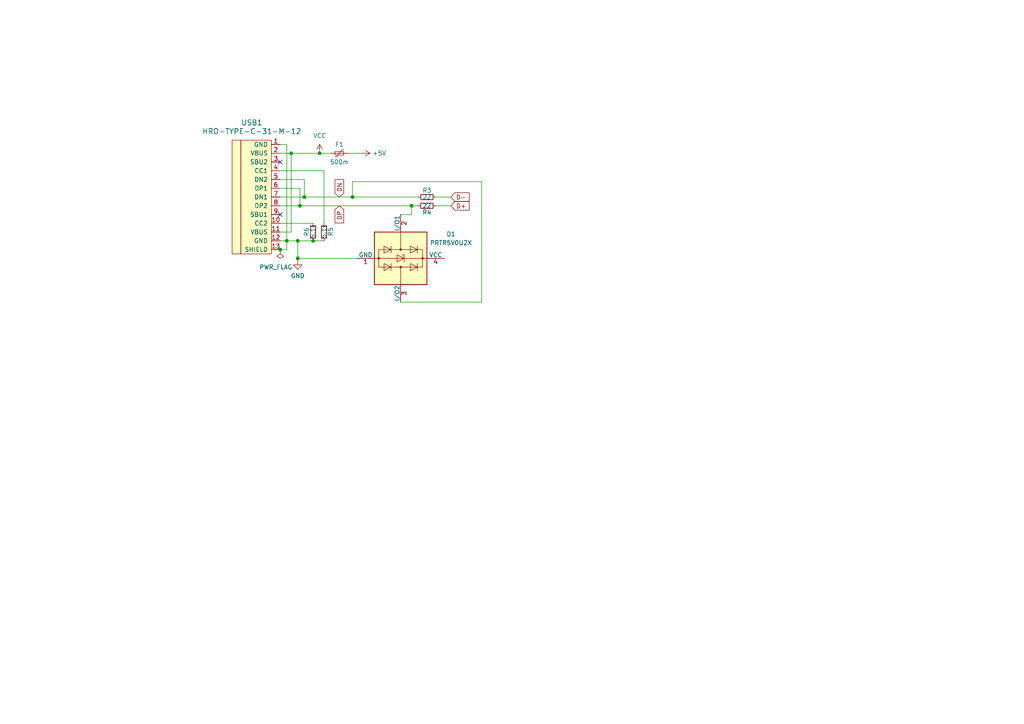
<source format=kicad_sch>
(kicad_sch (version 20230121) (generator eeschema)
  (paper "A4")
  (lib_symbols
    (symbol "Device:Polyfuse_Small" (pin_numbers hide) (pin_names (offset 0))
      (property "Reference" "F" (at -1.905 0 90))
      (property "Value" "Polyfuse_Small" (at 1.905 0 90))
      (symbol "Polyfuse_Small_0_1"
        (rectangle (start -0.508 1.27) (end 0.508 -1.27))
        (polyline (pts (xy 0 2.54) (xy 0 -2.54)))
        (polyline (pts (xy -1.016 1.27) (xy -1.016 0.762) (xy 1.016 -0.762) (xy 1.016 -1.27)))
      )
      (symbol "Polyfuse_Small_1_1"
        (pin passive line (at 0 2.54 270) (length 0.635) (name "~") (number "1"))
        (pin passive line (at 0 -2.54 90) (length 0.635) (name "~") (number "2"))
      )
    )
    (symbol "Device:R_Small" (pin_numbers hide) (pin_names (offset 0.254) hide)
      (property "Reference" "R" (at 0.762 0.508 0))
      (property "Value" "R_Small" (at 0.762 -1.016 0))
      (symbol "R_Small_0_1"
        (rectangle (start -0.762 1.778) (end 0.762 -1.778) (stroke (width 0.2032)))
      )
      (symbol "R_Small_1_1"
        (pin passive line (at 0 2.54 270) (length 0.762) (name "~") (number "1"))
        (pin passive line (at 0 -2.54 90) (length 0.762) (name "~") (number "2"))
      )
    )
    (symbol "Power_Protection:PRTR5V0U2X" (pin_names (offset 0))
      (property "Reference" "D" (at 2.794 8.636 0))
      (property "Value" "PRTR5V0U2X" (at 8.128 -9.398 0))
      (symbol "PRTR5V0U2X_0_1"
        (rectangle (start -7.62 -7.62) (end 7.62 7.62) (stroke (width 0.254)) (fill (type background)))
        (circle (center -2.54 0) (radius 0.254) (fill (type outline)))
        (rectangle (start -2.54 6.35) (end 2.54 -6.35))
        (circle (center 0 -6.35) (radius 0.254) (fill (type outline)))
        (polyline (pts (xy -2.54 0) (xy -7.62 0)))
        (polyline (pts (xy -1.524 -2.794) (xy -3.556 -2.794)))
        (polyline (pts (xy -1.524 4.826) (xy -3.556 4.826)))
        (polyline (pts (xy 0 -7.62) (xy 0 7.62)))
        (polyline (pts (xy 1.524 -2.794) (xy 3.556 -2.794)))
        (polyline (pts (xy 1.524 4.826) (xy 3.556 4.826)))
        (polyline (pts (xy 2.54 0) (xy 7.62 0)))
        (polyline (pts (xy 1.016 1.016) (xy -1.016 1.016) (xy -1.016 0.508)))
        (polyline (pts (xy -3.556 -4.826) (xy -1.524 -4.826) (xy -2.54 -2.794) (xy -3.556 -4.826)))
        (polyline (pts (xy -3.556 2.794) (xy -1.524 2.794) (xy -2.54 4.826) (xy -3.556 2.794)))
        (polyline (pts (xy -1.016 -1.016) (xy 1.016 -1.016) (xy 0 1.016) (xy -1.016 -1.016)))
        (polyline (pts (xy 3.556 -4.826) (xy 1.524 -4.826) (xy 2.54 -2.794) (xy 3.556 -4.826)))
        (polyline (pts (xy 3.556 2.794) (xy 1.524 2.794) (xy 2.54 4.826) (xy 3.556 2.794)))
        (circle (center 0 6.35) (radius 0.254) (fill (type outline)))
        (circle (center 2.54 0) (radius 0.254) (fill (type outline)))
      )
      (symbol "PRTR5V0U2X_1_1"
        (pin passive line (at 0 -12.7 90) (length 5.08) (name "GND") (number "1"))
        (pin passive line (at -12.7 0 0) (length 5.08) (name "I/O1") (number "2"))
        (pin passive line (at 12.7 0 180) (length 5.08) (name "I/O2") (number "3"))
        (pin passive line (at 0 12.7 270) (length 5.08) (name "VCC") (number "4"))
      )
    )
    (symbol "Type-C:HRO-TYPE-C-31-M-12" (pin_names (offset 1.016))
      (property "Reference" "USB" (at -5.08 16.51 0))
      (property "Value" "HRO-TYPE-C-31-M-12" (at -10.16 -1.27 90))
      (symbol "HRO-TYPE-C-31-M-12_0_1"
        (rectangle (start -11.43 15.24) (end -8.89 -17.78) (fill (type background)))
        (rectangle (start 0 -17.78) (end -8.89 15.24) (fill (type background)))
      )
      (symbol "HRO-TYPE-C-31-M-12_1_1"
        (pin input line (at 2.54 13.97 180) (length 2.54) (name "GND") (number "1"))
        (pin input line (at 2.54 -8.89 180) (length 2.54) (name "CC2") (number "10"))
        (pin input line (at 2.54 -11.43 180) (length 2.54) (name "VBUS") (number "11"))
        (pin input line (at 2.54 -13.97 180) (length 2.54) (name "GND") (number "12"))
        (pin input line (at 2.54 -16.51 180) (length 2.54) (name "SHIELD") (number "13"))
        (pin input line (at 2.54 11.43 180) (length 2.54) (name "VBUS") (number "2"))
        (pin input line (at 2.54 8.89 180) (length 2.54) (name "SBU2") (number "3"))
        (pin input line (at 2.54 6.35 180) (length 2.54) (name "CC1") (number "4"))
        (pin input line (at 2.54 3.81 180) (length 2.54) (name "DN2") (number "5"))
        (pin input line (at 2.54 1.27 180) (length 2.54) (name "DP1") (number "6"))
        (pin input line (at 2.54 -1.27 180) (length 2.54) (name "DN1") (number "7"))
        (pin input line (at 2.54 -3.81 180) (length 2.54) (name "DP2") (number "8"))
        (pin input line (at 2.54 -6.35 180) (length 2.54) (name "SBU1") (number "9"))
      )
    )
    (symbol "power:+5V" (power) (pin_names (offset 0))
      (property "Value" "+5V" (at 0 3.556 0))
      (symbol "+5V_0_1"
        (polyline (pts (xy -0.762 1.27) (xy 0 2.54)))
        (polyline (pts (xy 0 0) (xy 0 2.54)))
        (polyline (pts (xy 0 2.54) (xy 0.762 1.27)))
      )
      (symbol "+5V_1_1"
        (pin power_in line (at 0 0 90) (length 0) hide (name "+5V") (number "1"))
      )
    )
    (symbol "power:GND" (power) (pin_names (offset 0))
      (property "Value" "GND" (at 0 -3.81 0))
      (symbol "GND_0_1"
        (polyline (pts (xy 0 0) (xy 0 -1.27) (xy 1.27 -1.27) (xy 0 -2.54) (xy -1.27 -1.27) (xy 0 -1.27)))
      )
      (symbol "GND_1_1"
        (pin power_in line (at 0 0 270) (length 0) hide (name "GND") (number "1"))
      )
    )
    (symbol "power:PWR_FLAG" (power) (pin_numbers hide) (pin_names (offset 0) hide)
      (property "Value" "PWR_FLAG" (at 0 3.81 0))
      (symbol "PWR_FLAG_0_0"
        (pin power_out line (at 0 0 90) (length 0) (name "pwr") (number "1"))
      )
      (symbol "PWR_FLAG_0_1"
        (polyline (pts (xy 0 0) (xy 0 1.27) (xy -1.016 1.905) (xy 0 2.54) (xy 1.016 1.905) (xy 0 1.27)))
      )
    )
    (symbol "power:VCC" (power) (pin_names (offset 0))
      (property "Value" "VCC" (at 0 3.81 0))
      (symbol "VCC_0_1"
        (polyline (pts (xy -0.762 1.27) (xy 0 2.54)))
        (polyline (pts (xy 0 0) (xy 0 2.54)))
        (polyline (pts (xy 0 2.54) (xy 0.762 1.27)))
      )
      (symbol "VCC_1_1"
        (pin power_in line (at 0 0 90) (length 0) hide (name "VCC") (number "1"))
      )
    )
  )
  (junction (at 119.38 59.69))
  (junction (at 83.185 69.85))
  (junction (at 81.28 72.39))
  (junction (at 86.995 59.69))
  (junction (at 88.265 57.15))
  (junction (at 86.36 69.85))
  (junction (at 84.455 44.45))
  (junction (at 92.71 44.45))
  (junction (at 90.805 69.85))
  (junction (at 102.235 57.15))
  (junction (at 86.36 74.93))
  (no_connect (at 81.28 62.23))
  (no_connect (at 81.28 46.99))
  (wire (pts (xy 81.28 67.31) (xy 84.455 67.31)))
  (wire (pts (xy 81.28 72.39) (xy 83.185 72.39)))
  (wire (pts (xy 84.455 44.45) (xy 92.71 44.45)))
  (wire (pts (xy 92.71 44.45) (xy 95.885 44.45)))
  (wire (pts (xy 86.36 74.93) (xy 103.505 74.93)))
  (wire (pts (xy 102.235 52.705) (xy 102.235 57.15)))
  (wire (pts (xy 86.36 74.93) (xy 86.36 75.565)))
  (wire (pts (xy 88.265 57.15) (xy 102.235 57.15)))
  (wire (pts (xy 81.28 59.69) (xy 86.995 59.69)))
  (wire (pts (xy 86.36 69.85) (xy 90.805 69.85)))
  (wire (pts (xy 116.205 87.63) (xy 139.7 87.63)))
  (wire (pts (xy 139.7 52.705) (xy 102.235 52.705)))
  (wire (pts (xy 139.7 87.63) (xy 139.7 52.705)))
  (wire (pts (xy 83.185 41.91) (xy 81.28 41.91)))
  (wire (pts (xy 84.455 67.31) (xy 84.455 44.45)))
  (wire (pts (xy 93.98 49.53) (xy 93.98 64.77)))
  (wire (pts (xy 86.36 69.85) (xy 86.36 74.93)))
  (wire (pts (xy 119.38 59.69) (xy 121.285 59.69)))
  (wire (pts (xy 83.185 69.85) (xy 83.185 72.39)))
  (wire (pts (xy 81.28 64.77) (xy 90.805 64.77)))
  (wire (pts (xy 126.365 57.15) (xy 130.81 57.15)))
  (wire (pts (xy 81.28 69.85) (xy 83.185 69.85)))
  (wire (pts (xy 81.28 44.45) (xy 84.455 44.45)))
  (wire (pts (xy 81.28 52.07) (xy 88.265 52.07)))
  (wire (pts (xy 100.965 44.45) (xy 104.775 44.45)))
  (wire (pts (xy 81.28 57.15) (xy 88.265 57.15)))
  (wire (pts (xy 102.235 57.15) (xy 121.285 57.15)))
  (wire (pts (xy 90.805 69.85) (xy 93.98 69.85)))
  (wire (pts (xy 81.28 49.53) (xy 93.98 49.53)))
  (wire (pts (xy 83.185 69.85) (xy 83.185 41.91)))
  (wire (pts (xy 86.995 54.61) (xy 86.995 59.69)))
  (wire (pts (xy 116.205 62.23) (xy 119.38 62.23)))
  (wire (pts (xy 83.185 69.85) (xy 86.36 69.85)))
  (wire (pts (xy 119.38 59.69) (xy 119.38 62.23)))
  (wire (pts (xy 86.995 59.69) (xy 119.38 59.69)))
  (wire (pts (xy 88.265 52.07) (xy 88.265 57.15)))
  (wire (pts (xy 126.365 59.69) (xy 130.81 59.69)))
  (wire (pts (xy 81.28 54.61) (xy 86.995 54.61)))
  (global_label "D-" (shape input) (at 130.81 57.15 0) (property "Intersheetrefs" "${INTERSHEET_REFS}" (effects hide)))
  (global_label "DN" (shape input) (at 98.425 57.15 90) (property "Intersheetrefs" "${INTERSHEET_REFS}" (effects hide)))
  (global_label "DP" (shape input) (at 98.425 59.69 270) (property "Intersheetrefs" "${INTERSHEET_REFS}" (effects hide)))
  (global_label "D+" (shape input) (at 130.81 59.69 0) (property "Intersheetrefs" "${INTERSHEET_REFS}" (effects hide)))
  (symbol (lib_id "Type-C:HRO-TYPE-C-31-M-12") (at 78.74 55.88 0) (unit 1)
    (property "Reference" "USB1" (at 73.025 35.56 0) (effects (font (size 1.524 1.524))))
    (property "Value" "HRO-TYPE-C-31-M-12" (at 73.025 38.1 0) (effects (font (size 1.524 1.524))))
  )
  (symbol (lib_id "Device:Polyfuse_Small") (at 98.425 44.45 90) (unit 1)
    (property "Reference" "F1" (at 98.425 41.91 90))
    (property "Value" "500m" (at 98.425 46.99 90))
  )
  (symbol (lib_id "power:VCC") (at 92.71 44.45 0) (unit 1)
    (property "Reference" "#PWR013" (effects hide))
    (property "Value" "VCC" (at 92.71 39.37 0))
  )
  (symbol (lib_id "power:PWR_FLAG") (at 81.28 72.39 180) (unit 1)
    (property "Reference" "#FLG01" (effects hide))
    (property "Value" "PWR_FLAG" (at 80.01 77.47 0))
  )
  (symbol (lib_id "Device:R_Small") (at 90.805 67.31 0) (unit 1)
    (property "Reference" "R6" (at 88.9 68.58 90) (effects (justify left)))
    (property "Value" "5.1k" (at 90.805 69.215 90) (effects (justify left)))
  )
  (symbol (lib_id "Device:R_Small") (at 93.98 67.31 0) (unit 1)
    (property "Reference" "R5" (at 95.885 68.58 90) (effects (justify left)))
    (property "Value" "5.1k" (at 93.98 69.215 90) (effects (justify left)))
  )
  (symbol (lib_id "power:+5V") (at 104.775 44.45 270) (unit 1)
    (property "Reference" "#PWR014" (effects hide))
    (property "Value" "+5V" (at 107.95 44.45 90) (effects (justify left)))
  )
  (symbol (lib_id "Device:R_Small") (at 123.825 57.15 90) (unit 1)
    (property "Reference" "R3" (at 123.825 55.245 90))
    (property "Value" "22" (at 123.825 57.15 90))
  )
  (symbol (lib_id "Device:R_Small") (at 123.825 59.69 90) (unit 1)
    (property "Reference" "R4" (at 123.825 61.595 90))
    (property "Value" "22" (at 123.825 59.69 90))
  )
  (symbol (lib_id "power:GND") (at 86.36 75.565 0) (unit 1)
    (property "Reference" "#PWR015" (effects hide))
    (property "Value" "GND" (at 86.36 80.01 0))
  )
  (symbol (lib_id "Power_Protection:PRTR5V0U2X") (at 116.205 74.93 270) (unit 1)
    (property "Reference" "D1" (at 130.81 67.9003 90))
    (property "Value" "PRTR5V0U2X" (at 130.81 70.4403 90))
    (property "Footprint" "Package_TO_SOT_SMD:SOT-143" (effects hide))
    (property "Datasheet" "https://assets.nexperia.com/documents/data-sheet/PRTR5V0U2X.pdf" (effects hide))
  )
)
</source>
